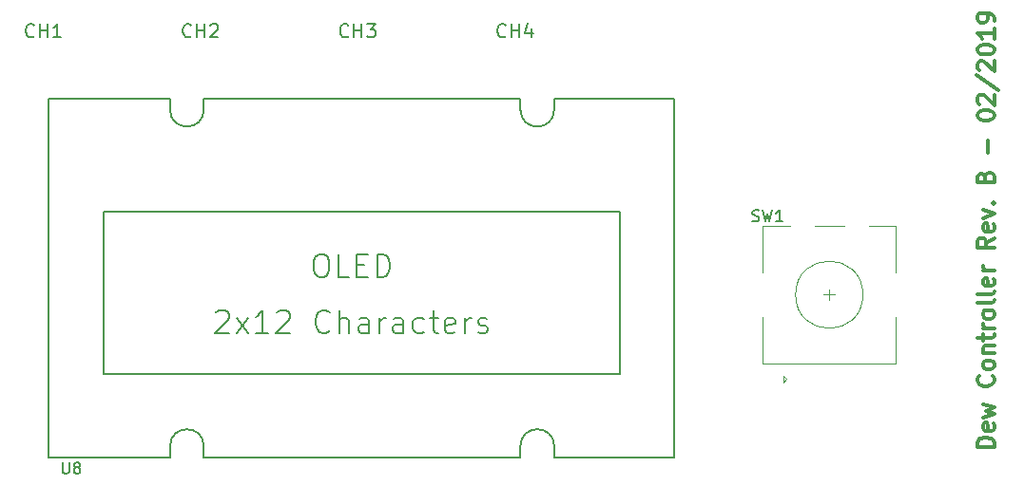
<source format=gbr>
G04 #@! TF.GenerationSoftware,KiCad,Pcbnew,5.0.1*
G04 #@! TF.CreationDate,2019-02-25T23:40:44+01:00*
G04 #@! TF.ProjectId,Dew Heater - V2,44657720486561746572202D2056322E,rev?*
G04 #@! TF.SameCoordinates,Original*
G04 #@! TF.FileFunction,Legend,Top*
G04 #@! TF.FilePolarity,Positive*
%FSLAX46Y46*%
G04 Gerber Fmt 4.6, Leading zero omitted, Abs format (unit mm)*
G04 Created by KiCad (PCBNEW 5.0.1) date Mon 25 Feb 2019 11:40:44 PM CET*
%MOMM*%
%LPD*%
G01*
G04 APERTURE LIST*
%ADD10C,0.200000*%
%ADD11C,0.300000*%
%ADD12C,0.120000*%
%ADD13C,0.150000*%
G04 APERTURE END LIST*
D10*
X85171428Y-73928571D02*
X85114285Y-73985714D01*
X84942857Y-74042857D01*
X84828571Y-74042857D01*
X84657142Y-73985714D01*
X84542857Y-73871428D01*
X84485714Y-73757142D01*
X84428571Y-73528571D01*
X84428571Y-73357142D01*
X84485714Y-73128571D01*
X84542857Y-73014285D01*
X84657142Y-72900000D01*
X84828571Y-72842857D01*
X84942857Y-72842857D01*
X85114285Y-72900000D01*
X85171428Y-72957142D01*
X85685714Y-74042857D02*
X85685714Y-72842857D01*
X85685714Y-73414285D02*
X86371428Y-73414285D01*
X86371428Y-74042857D02*
X86371428Y-72842857D01*
X87457142Y-73242857D02*
X87457142Y-74042857D01*
X87171428Y-72785714D02*
X86885714Y-73642857D01*
X87628571Y-73642857D01*
X71171428Y-73928571D02*
X71114285Y-73985714D01*
X70942857Y-74042857D01*
X70828571Y-74042857D01*
X70657142Y-73985714D01*
X70542857Y-73871428D01*
X70485714Y-73757142D01*
X70428571Y-73528571D01*
X70428571Y-73357142D01*
X70485714Y-73128571D01*
X70542857Y-73014285D01*
X70657142Y-72900000D01*
X70828571Y-72842857D01*
X70942857Y-72842857D01*
X71114285Y-72900000D01*
X71171428Y-72957142D01*
X71685714Y-74042857D02*
X71685714Y-72842857D01*
X71685714Y-73414285D02*
X72371428Y-73414285D01*
X72371428Y-74042857D02*
X72371428Y-72842857D01*
X72828571Y-72842857D02*
X73571428Y-72842857D01*
X73171428Y-73300000D01*
X73342857Y-73300000D01*
X73457142Y-73357142D01*
X73514285Y-73414285D01*
X73571428Y-73528571D01*
X73571428Y-73814285D01*
X73514285Y-73928571D01*
X73457142Y-73985714D01*
X73342857Y-74042857D01*
X73000000Y-74042857D01*
X72885714Y-73985714D01*
X72828571Y-73928571D01*
X57171428Y-73928571D02*
X57114285Y-73985714D01*
X56942857Y-74042857D01*
X56828571Y-74042857D01*
X56657142Y-73985714D01*
X56542857Y-73871428D01*
X56485714Y-73757142D01*
X56428571Y-73528571D01*
X56428571Y-73357142D01*
X56485714Y-73128571D01*
X56542857Y-73014285D01*
X56657142Y-72900000D01*
X56828571Y-72842857D01*
X56942857Y-72842857D01*
X57114285Y-72900000D01*
X57171428Y-72957142D01*
X57685714Y-74042857D02*
X57685714Y-72842857D01*
X57685714Y-73414285D02*
X58371428Y-73414285D01*
X58371428Y-74042857D02*
X58371428Y-72842857D01*
X58885714Y-72957142D02*
X58942857Y-72900000D01*
X59057142Y-72842857D01*
X59342857Y-72842857D01*
X59457142Y-72900000D01*
X59514285Y-72957142D01*
X59571428Y-73071428D01*
X59571428Y-73185714D01*
X59514285Y-73357142D01*
X58828571Y-74042857D01*
X59571428Y-74042857D01*
X43171428Y-73928571D02*
X43114285Y-73985714D01*
X42942857Y-74042857D01*
X42828571Y-74042857D01*
X42657142Y-73985714D01*
X42542857Y-73871428D01*
X42485714Y-73757142D01*
X42428571Y-73528571D01*
X42428571Y-73357142D01*
X42485714Y-73128571D01*
X42542857Y-73014285D01*
X42657142Y-72900000D01*
X42828571Y-72842857D01*
X42942857Y-72842857D01*
X43114285Y-72900000D01*
X43171428Y-72957142D01*
X43685714Y-74042857D02*
X43685714Y-72842857D01*
X43685714Y-73414285D02*
X44371428Y-73414285D01*
X44371428Y-74042857D02*
X44371428Y-72842857D01*
X45571428Y-74042857D02*
X44885714Y-74042857D01*
X45228571Y-74042857D02*
X45228571Y-72842857D01*
X45114285Y-73014285D01*
X45000000Y-73128571D01*
X44885714Y-73185714D01*
D11*
X128678571Y-110571428D02*
X127178571Y-110571428D01*
X127178571Y-110214285D01*
X127250000Y-110000000D01*
X127392857Y-109857142D01*
X127535714Y-109785714D01*
X127821428Y-109714285D01*
X128035714Y-109714285D01*
X128321428Y-109785714D01*
X128464285Y-109857142D01*
X128607142Y-110000000D01*
X128678571Y-110214285D01*
X128678571Y-110571428D01*
X128607142Y-108500000D02*
X128678571Y-108642857D01*
X128678571Y-108928571D01*
X128607142Y-109071428D01*
X128464285Y-109142857D01*
X127892857Y-109142857D01*
X127750000Y-109071428D01*
X127678571Y-108928571D01*
X127678571Y-108642857D01*
X127750000Y-108500000D01*
X127892857Y-108428571D01*
X128035714Y-108428571D01*
X128178571Y-109142857D01*
X127678571Y-107928571D02*
X128678571Y-107642857D01*
X127964285Y-107357142D01*
X128678571Y-107071428D01*
X127678571Y-106785714D01*
X128535714Y-104214285D02*
X128607142Y-104285714D01*
X128678571Y-104500000D01*
X128678571Y-104642857D01*
X128607142Y-104857142D01*
X128464285Y-105000000D01*
X128321428Y-105071428D01*
X128035714Y-105142857D01*
X127821428Y-105142857D01*
X127535714Y-105071428D01*
X127392857Y-105000000D01*
X127250000Y-104857142D01*
X127178571Y-104642857D01*
X127178571Y-104500000D01*
X127250000Y-104285714D01*
X127321428Y-104214285D01*
X128678571Y-103357142D02*
X128607142Y-103500000D01*
X128535714Y-103571428D01*
X128392857Y-103642857D01*
X127964285Y-103642857D01*
X127821428Y-103571428D01*
X127750000Y-103500000D01*
X127678571Y-103357142D01*
X127678571Y-103142857D01*
X127750000Y-103000000D01*
X127821428Y-102928571D01*
X127964285Y-102857142D01*
X128392857Y-102857142D01*
X128535714Y-102928571D01*
X128607142Y-103000000D01*
X128678571Y-103142857D01*
X128678571Y-103357142D01*
X127678571Y-102214285D02*
X128678571Y-102214285D01*
X127821428Y-102214285D02*
X127750000Y-102142857D01*
X127678571Y-102000000D01*
X127678571Y-101785714D01*
X127750000Y-101642857D01*
X127892857Y-101571428D01*
X128678571Y-101571428D01*
X127678571Y-101071428D02*
X127678571Y-100500000D01*
X127178571Y-100857142D02*
X128464285Y-100857142D01*
X128607142Y-100785714D01*
X128678571Y-100642857D01*
X128678571Y-100500000D01*
X128678571Y-100000000D02*
X127678571Y-100000000D01*
X127964285Y-100000000D02*
X127821428Y-99928571D01*
X127750000Y-99857142D01*
X127678571Y-99714285D01*
X127678571Y-99571428D01*
X128678571Y-98857142D02*
X128607142Y-99000000D01*
X128535714Y-99071428D01*
X128392857Y-99142857D01*
X127964285Y-99142857D01*
X127821428Y-99071428D01*
X127750000Y-99000000D01*
X127678571Y-98857142D01*
X127678571Y-98642857D01*
X127750000Y-98500000D01*
X127821428Y-98428571D01*
X127964285Y-98357142D01*
X128392857Y-98357142D01*
X128535714Y-98428571D01*
X128607142Y-98500000D01*
X128678571Y-98642857D01*
X128678571Y-98857142D01*
X128678571Y-97500000D02*
X128607142Y-97642857D01*
X128464285Y-97714285D01*
X127178571Y-97714285D01*
X128678571Y-96714285D02*
X128607142Y-96857142D01*
X128464285Y-96928571D01*
X127178571Y-96928571D01*
X128607142Y-95571428D02*
X128678571Y-95714285D01*
X128678571Y-96000000D01*
X128607142Y-96142857D01*
X128464285Y-96214285D01*
X127892857Y-96214285D01*
X127750000Y-96142857D01*
X127678571Y-96000000D01*
X127678571Y-95714285D01*
X127750000Y-95571428D01*
X127892857Y-95500000D01*
X128035714Y-95500000D01*
X128178571Y-96214285D01*
X128678571Y-94857142D02*
X127678571Y-94857142D01*
X127964285Y-94857142D02*
X127821428Y-94785714D01*
X127750000Y-94714285D01*
X127678571Y-94571428D01*
X127678571Y-94428571D01*
X128678571Y-91928571D02*
X127964285Y-92428571D01*
X128678571Y-92785714D02*
X127178571Y-92785714D01*
X127178571Y-92214285D01*
X127250000Y-92071428D01*
X127321428Y-92000000D01*
X127464285Y-91928571D01*
X127678571Y-91928571D01*
X127821428Y-92000000D01*
X127892857Y-92071428D01*
X127964285Y-92214285D01*
X127964285Y-92785714D01*
X128607142Y-90714285D02*
X128678571Y-90857142D01*
X128678571Y-91142857D01*
X128607142Y-91285714D01*
X128464285Y-91357142D01*
X127892857Y-91357142D01*
X127750000Y-91285714D01*
X127678571Y-91142857D01*
X127678571Y-90857142D01*
X127750000Y-90714285D01*
X127892857Y-90642857D01*
X128035714Y-90642857D01*
X128178571Y-91357142D01*
X127678571Y-90142857D02*
X128678571Y-89785714D01*
X127678571Y-89428571D01*
X128535714Y-88857142D02*
X128607142Y-88785714D01*
X128678571Y-88857142D01*
X128607142Y-88928571D01*
X128535714Y-88857142D01*
X128678571Y-88857142D01*
X127892857Y-86500000D02*
X127964285Y-86285714D01*
X128035714Y-86214285D01*
X128178571Y-86142857D01*
X128392857Y-86142857D01*
X128535714Y-86214285D01*
X128607142Y-86285714D01*
X128678571Y-86428571D01*
X128678571Y-87000000D01*
X127178571Y-87000000D01*
X127178571Y-86500000D01*
X127250000Y-86357142D01*
X127321428Y-86285714D01*
X127464285Y-86214285D01*
X127607142Y-86214285D01*
X127750000Y-86285714D01*
X127821428Y-86357142D01*
X127892857Y-86500000D01*
X127892857Y-87000000D01*
X128107142Y-84357142D02*
X128107142Y-83214285D01*
X127178571Y-81071428D02*
X127178571Y-80928571D01*
X127250000Y-80785714D01*
X127321428Y-80714285D01*
X127464285Y-80642857D01*
X127750000Y-80571428D01*
X128107142Y-80571428D01*
X128392857Y-80642857D01*
X128535714Y-80714285D01*
X128607142Y-80785714D01*
X128678571Y-80928571D01*
X128678571Y-81071428D01*
X128607142Y-81214285D01*
X128535714Y-81285714D01*
X128392857Y-81357142D01*
X128107142Y-81428571D01*
X127750000Y-81428571D01*
X127464285Y-81357142D01*
X127321428Y-81285714D01*
X127250000Y-81214285D01*
X127178571Y-81071428D01*
X127321428Y-80000000D02*
X127250000Y-79928571D01*
X127178571Y-79785714D01*
X127178571Y-79428571D01*
X127250000Y-79285714D01*
X127321428Y-79214285D01*
X127464285Y-79142857D01*
X127607142Y-79142857D01*
X127821428Y-79214285D01*
X128678571Y-80071428D01*
X128678571Y-79142857D01*
X127107142Y-77428571D02*
X129035714Y-78714285D01*
X127321428Y-77000000D02*
X127250000Y-76928571D01*
X127178571Y-76785714D01*
X127178571Y-76428571D01*
X127250000Y-76285714D01*
X127321428Y-76214285D01*
X127464285Y-76142857D01*
X127607142Y-76142857D01*
X127821428Y-76214285D01*
X128678571Y-77071428D01*
X128678571Y-76142857D01*
X127178571Y-75214285D02*
X127178571Y-75071428D01*
X127250000Y-74928571D01*
X127321428Y-74857142D01*
X127464285Y-74785714D01*
X127750000Y-74714285D01*
X128107142Y-74714285D01*
X128392857Y-74785714D01*
X128535714Y-74857142D01*
X128607142Y-74928571D01*
X128678571Y-75071428D01*
X128678571Y-75214285D01*
X128607142Y-75357142D01*
X128535714Y-75428571D01*
X128392857Y-75500000D01*
X128107142Y-75571428D01*
X127750000Y-75571428D01*
X127464285Y-75500000D01*
X127321428Y-75428571D01*
X127250000Y-75357142D01*
X127178571Y-75214285D01*
X128678571Y-73285714D02*
X128678571Y-74142857D01*
X128678571Y-73714285D02*
X127178571Y-73714285D01*
X127392857Y-73857142D01*
X127535714Y-74000000D01*
X127607142Y-74142857D01*
X128678571Y-72571428D02*
X128678571Y-72285714D01*
X128607142Y-72142857D01*
X128535714Y-72071428D01*
X128321428Y-71928571D01*
X128035714Y-71857142D01*
X127464285Y-71857142D01*
X127321428Y-71928571D01*
X127250000Y-72000000D01*
X127178571Y-72142857D01*
X127178571Y-72428571D01*
X127250000Y-72571428D01*
X127321428Y-72642857D01*
X127464285Y-72714285D01*
X127821428Y-72714285D01*
X127964285Y-72642857D01*
X128035714Y-72571428D01*
X128107142Y-72428571D01*
X128107142Y-72142857D01*
X128035714Y-72000000D01*
X127964285Y-71928571D01*
X127821428Y-71857142D01*
D12*
G04 #@! TO.C,SW1*
X114000000Y-97500000D02*
X114000000Y-96500000D01*
X113500000Y-97000000D02*
X114500000Y-97000000D01*
X117500000Y-90900000D02*
X119900000Y-90900000D01*
X112700000Y-90900000D02*
X115300000Y-90900000D01*
X108100000Y-90900000D02*
X110500000Y-90900000D01*
X109900000Y-104200000D02*
X110200000Y-104500000D01*
X109900000Y-104800000D02*
X109900000Y-104200000D01*
X110200000Y-104500000D02*
X109900000Y-104800000D01*
X108100000Y-103100000D02*
X119900000Y-103100000D01*
X108100000Y-99000000D02*
X108100000Y-103100000D01*
X119900000Y-99000000D02*
X119900000Y-103100000D01*
X119900000Y-90900000D02*
X119900000Y-95000000D01*
X108100000Y-95000000D02*
X108100000Y-90900000D01*
X117000000Y-97000000D02*
G75*
G03X117000000Y-97000000I-3000000J0D01*
G01*
D13*
G04 #@! TO.C,U8*
X89500000Y-80500000D02*
G75*
G02X86500000Y-80500000I-1500000J0D01*
G01*
X58300000Y-80500000D02*
G75*
G02X55300000Y-80500000I-1500000J0D01*
G01*
X58300000Y-79500000D02*
X58300000Y-80500000D01*
X55300000Y-79500000D02*
X55300000Y-80500000D01*
X89500000Y-79500000D02*
X89500000Y-80500000D01*
X86500000Y-79500000D02*
X86500000Y-80500000D01*
X86500000Y-79500000D02*
X58300000Y-79500000D01*
X100200000Y-79500000D02*
X89500000Y-79500000D01*
X55300000Y-79500000D02*
X44500000Y-79500000D01*
X95350000Y-104100000D02*
X95350000Y-89600000D01*
X49350000Y-104100000D02*
X49350000Y-89600000D01*
X49350000Y-104100000D02*
X95350000Y-104100000D01*
X49350000Y-89600000D02*
X95350000Y-89600000D01*
X86500000Y-111500000D02*
X58300000Y-111500000D01*
X86500000Y-110500000D02*
X86500000Y-111500000D01*
X86500000Y-110500000D02*
G75*
G02X89500000Y-110500000I1500000J0D01*
G01*
X89500000Y-110500000D02*
X89500000Y-111500000D01*
X55300000Y-111500000D02*
X44500000Y-111500000D01*
X58300000Y-110500000D02*
X58300000Y-111500000D01*
X55300000Y-110500000D02*
X55300000Y-111500000D01*
X55300000Y-110500000D02*
G75*
G02X58300000Y-110500000I1500000J0D01*
G01*
X44500000Y-111500000D02*
X44500000Y-79500000D01*
X100200000Y-111500000D02*
X89500000Y-111500000D01*
X100200000Y-79500000D02*
X100200000Y-111500000D01*
G04 #@! TO.C,SW1*
X107166666Y-90404761D02*
X107309523Y-90452380D01*
X107547619Y-90452380D01*
X107642857Y-90404761D01*
X107690476Y-90357142D01*
X107738095Y-90261904D01*
X107738095Y-90166666D01*
X107690476Y-90071428D01*
X107642857Y-90023809D01*
X107547619Y-89976190D01*
X107357142Y-89928571D01*
X107261904Y-89880952D01*
X107214285Y-89833333D01*
X107166666Y-89738095D01*
X107166666Y-89642857D01*
X107214285Y-89547619D01*
X107261904Y-89500000D01*
X107357142Y-89452380D01*
X107595238Y-89452380D01*
X107738095Y-89500000D01*
X108071428Y-89452380D02*
X108309523Y-90452380D01*
X108500000Y-89738095D01*
X108690476Y-90452380D01*
X108928571Y-89452380D01*
X109833333Y-90452380D02*
X109261904Y-90452380D01*
X109547619Y-90452380D02*
X109547619Y-89452380D01*
X109452380Y-89595238D01*
X109357142Y-89690476D01*
X109261904Y-89738095D01*
G04 #@! TO.C,U8*
X45738095Y-111952380D02*
X45738095Y-112761904D01*
X45785714Y-112857142D01*
X45833333Y-112904761D01*
X45928571Y-112952380D01*
X46119047Y-112952380D01*
X46214285Y-112904761D01*
X46261904Y-112857142D01*
X46309523Y-112761904D01*
X46309523Y-111952380D01*
X46928571Y-112380952D02*
X46833333Y-112333333D01*
X46785714Y-112285714D01*
X46738095Y-112190476D01*
X46738095Y-112142857D01*
X46785714Y-112047619D01*
X46833333Y-112000000D01*
X46928571Y-111952380D01*
X47119047Y-111952380D01*
X47214285Y-112000000D01*
X47261904Y-112047619D01*
X47309523Y-112142857D01*
X47309523Y-112190476D01*
X47261904Y-112285714D01*
X47214285Y-112333333D01*
X47119047Y-112380952D01*
X46928571Y-112380952D01*
X46833333Y-112428571D01*
X46785714Y-112476190D01*
X46738095Y-112571428D01*
X46738095Y-112761904D01*
X46785714Y-112857142D01*
X46833333Y-112904761D01*
X46928571Y-112952380D01*
X47119047Y-112952380D01*
X47214285Y-112904761D01*
X47261904Y-112857142D01*
X47309523Y-112761904D01*
X47309523Y-112571428D01*
X47261904Y-112476190D01*
X47214285Y-112428571D01*
X47119047Y-112380952D01*
X59404761Y-98595238D02*
X59500000Y-98500000D01*
X59690476Y-98404761D01*
X60166666Y-98404761D01*
X60357142Y-98500000D01*
X60452380Y-98595238D01*
X60547619Y-98785714D01*
X60547619Y-98976190D01*
X60452380Y-99261904D01*
X59309523Y-100404761D01*
X60547619Y-100404761D01*
X61214285Y-100404761D02*
X62261904Y-99071428D01*
X61214285Y-99071428D02*
X62261904Y-100404761D01*
X64071428Y-100404761D02*
X62928571Y-100404761D01*
X63500000Y-100404761D02*
X63500000Y-98404761D01*
X63309523Y-98690476D01*
X63119047Y-98880952D01*
X62928571Y-98976190D01*
X64833333Y-98595238D02*
X64928571Y-98500000D01*
X65119047Y-98404761D01*
X65595238Y-98404761D01*
X65785714Y-98500000D01*
X65880952Y-98595238D01*
X65976190Y-98785714D01*
X65976190Y-98976190D01*
X65880952Y-99261904D01*
X64738095Y-100404761D01*
X65976190Y-100404761D01*
X69500000Y-100214285D02*
X69404761Y-100309523D01*
X69119047Y-100404761D01*
X68928571Y-100404761D01*
X68642857Y-100309523D01*
X68452380Y-100119047D01*
X68357142Y-99928571D01*
X68261904Y-99547619D01*
X68261904Y-99261904D01*
X68357142Y-98880952D01*
X68452380Y-98690476D01*
X68642857Y-98500000D01*
X68928571Y-98404761D01*
X69119047Y-98404761D01*
X69404761Y-98500000D01*
X69500000Y-98595238D01*
X70357142Y-100404761D02*
X70357142Y-98404761D01*
X71214285Y-100404761D02*
X71214285Y-99357142D01*
X71119047Y-99166666D01*
X70928571Y-99071428D01*
X70642857Y-99071428D01*
X70452380Y-99166666D01*
X70357142Y-99261904D01*
X73023809Y-100404761D02*
X73023809Y-99357142D01*
X72928571Y-99166666D01*
X72738095Y-99071428D01*
X72357142Y-99071428D01*
X72166666Y-99166666D01*
X73023809Y-100309523D02*
X72833333Y-100404761D01*
X72357142Y-100404761D01*
X72166666Y-100309523D01*
X72071428Y-100119047D01*
X72071428Y-99928571D01*
X72166666Y-99738095D01*
X72357142Y-99642857D01*
X72833333Y-99642857D01*
X73023809Y-99547619D01*
X73976190Y-100404761D02*
X73976190Y-99071428D01*
X73976190Y-99452380D02*
X74071428Y-99261904D01*
X74166666Y-99166666D01*
X74357142Y-99071428D01*
X74547619Y-99071428D01*
X76071428Y-100404761D02*
X76071428Y-99357142D01*
X75976190Y-99166666D01*
X75785714Y-99071428D01*
X75404761Y-99071428D01*
X75214285Y-99166666D01*
X76071428Y-100309523D02*
X75880952Y-100404761D01*
X75404761Y-100404761D01*
X75214285Y-100309523D01*
X75119047Y-100119047D01*
X75119047Y-99928571D01*
X75214285Y-99738095D01*
X75404761Y-99642857D01*
X75880952Y-99642857D01*
X76071428Y-99547619D01*
X77880952Y-100309523D02*
X77690476Y-100404761D01*
X77309523Y-100404761D01*
X77119047Y-100309523D01*
X77023809Y-100214285D01*
X76928571Y-100023809D01*
X76928571Y-99452380D01*
X77023809Y-99261904D01*
X77119047Y-99166666D01*
X77309523Y-99071428D01*
X77690476Y-99071428D01*
X77880952Y-99166666D01*
X78452380Y-99071428D02*
X79214285Y-99071428D01*
X78738095Y-98404761D02*
X78738095Y-100119047D01*
X78833333Y-100309523D01*
X79023809Y-100404761D01*
X79214285Y-100404761D01*
X80642857Y-100309523D02*
X80452380Y-100404761D01*
X80071428Y-100404761D01*
X79880952Y-100309523D01*
X79785714Y-100119047D01*
X79785714Y-99357142D01*
X79880952Y-99166666D01*
X80071428Y-99071428D01*
X80452380Y-99071428D01*
X80642857Y-99166666D01*
X80738095Y-99357142D01*
X80738095Y-99547619D01*
X79785714Y-99738095D01*
X81595238Y-100404761D02*
X81595238Y-99071428D01*
X81595238Y-99452380D02*
X81690476Y-99261904D01*
X81785714Y-99166666D01*
X81976190Y-99071428D01*
X82166666Y-99071428D01*
X82738095Y-100309523D02*
X82928571Y-100404761D01*
X83309523Y-100404761D01*
X83500000Y-100309523D01*
X83595238Y-100119047D01*
X83595238Y-100023809D01*
X83500000Y-99833333D01*
X83309523Y-99738095D01*
X83023809Y-99738095D01*
X82833333Y-99642857D01*
X82738095Y-99452380D01*
X82738095Y-99357142D01*
X82833333Y-99166666D01*
X83023809Y-99071428D01*
X83309523Y-99071428D01*
X83500000Y-99166666D01*
X68595238Y-93404761D02*
X68976190Y-93404761D01*
X69166666Y-93500000D01*
X69357142Y-93690476D01*
X69452380Y-94071428D01*
X69452380Y-94738095D01*
X69357142Y-95119047D01*
X69166666Y-95309523D01*
X68976190Y-95404761D01*
X68595238Y-95404761D01*
X68404761Y-95309523D01*
X68214285Y-95119047D01*
X68119047Y-94738095D01*
X68119047Y-94071428D01*
X68214285Y-93690476D01*
X68404761Y-93500000D01*
X68595238Y-93404761D01*
X71261904Y-95404761D02*
X70309523Y-95404761D01*
X70309523Y-93404761D01*
X71928571Y-94357142D02*
X72595238Y-94357142D01*
X72880952Y-95404761D02*
X71928571Y-95404761D01*
X71928571Y-93404761D01*
X72880952Y-93404761D01*
X73738095Y-95404761D02*
X73738095Y-93404761D01*
X74214285Y-93404761D01*
X74500000Y-93500000D01*
X74690476Y-93690476D01*
X74785714Y-93880952D01*
X74880952Y-94261904D01*
X74880952Y-94547619D01*
X74785714Y-94928571D01*
X74690476Y-95119047D01*
X74500000Y-95309523D01*
X74214285Y-95404761D01*
X73738095Y-95404761D01*
G04 #@! TD*
M02*

</source>
